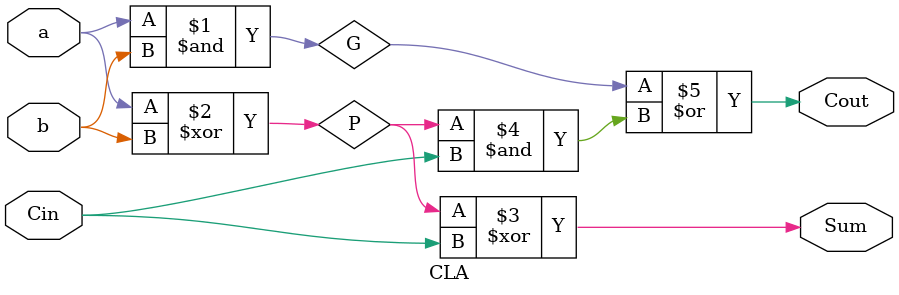
<source format=sv>
module CLA (
                input logic a,
                input logic b,
                input logic Cin,
               output logic Sum,
               output logic Cout
                );

    // Señales de generación (G) y propagación (P)
    logic G;
    logic P;

    // Calcular G y P
    assign G = a & b;
    assign P = a ^ b;

    // Calcular Suma
    assign Sum = P ^ Cin;

    // Calcular Acarreo de Salida (Cout)
    // Cout se genera si G es alto (A y B son 1)
    // O si P es alto (uno de A o B es 1) Y hay un acarreo de entrada (Cin)
    assign Cout = G | (P & Cin);

endmodule
</source>
